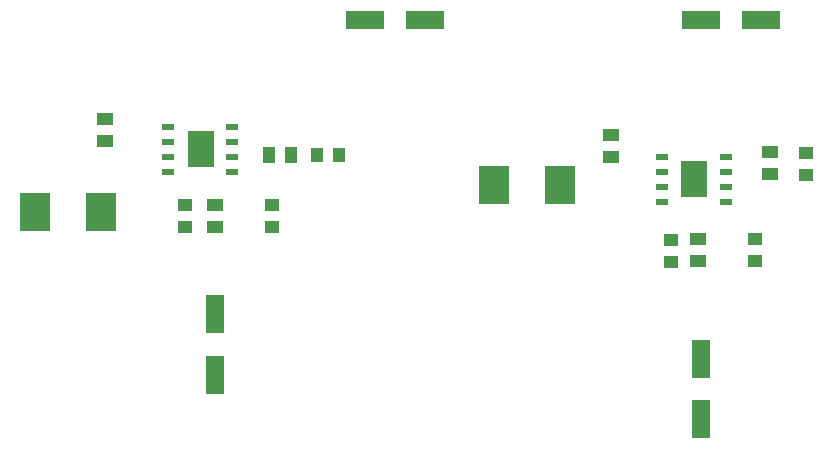
<source format=gbr>
%TF.GenerationSoftware,Altium Limited,Altium Designer,19.1.8 (144)*%
G04 Layer_Color=8421504*
%FSLAX26Y26*%
%MOIN*%
%TF.FileFunction,Paste,Top*%
%TF.Part,Single*%
G01*
G75*
%TA.AperFunction,SMDPad,CuDef*%
%ADD10R,0.086614X0.122047*%
%ADD11R,0.043307X0.019685*%
%ADD12R,0.062992X0.125984*%
%ADD13R,0.125984X0.062992*%
%ADD14R,0.098425X0.127953*%
%ADD15R,0.051181X0.041339*%
%ADD16R,0.041339X0.051181*%
%ADD17R,0.055118X0.041339*%
%ADD18R,0.041339X0.055118*%
D10*
X2132559Y1380394D02*
D03*
X3778583Y1280669D02*
D03*
D11*
X2237598Y1355000D02*
D03*
Y1405000D02*
D03*
Y1455000D02*
D03*
Y1305000D02*
D03*
X2025000D02*
D03*
Y1455000D02*
D03*
Y1405000D02*
D03*
Y1355000D02*
D03*
X3883622Y1255276D02*
D03*
Y1305276D02*
D03*
Y1355276D02*
D03*
Y1205276D02*
D03*
X3671024D02*
D03*
Y1355276D02*
D03*
Y1305276D02*
D03*
Y1255276D02*
D03*
D12*
X2180000Y629213D02*
D03*
Y830000D02*
D03*
X3800000Y480000D02*
D03*
Y680787D02*
D03*
D13*
X2680000Y1810000D02*
D03*
X2880787D02*
D03*
X4000000D02*
D03*
X3799213D02*
D03*
D14*
X1579527Y1170000D02*
D03*
X1800000D02*
D03*
X3109528Y1260000D02*
D03*
X3330000D02*
D03*
D15*
X3700000Y1004331D02*
D03*
Y1077165D02*
D03*
X4150000Y1293583D02*
D03*
Y1366417D02*
D03*
X2080000Y1122165D02*
D03*
Y1195000D02*
D03*
X2370000Y1122165D02*
D03*
Y1195000D02*
D03*
X3980000Y1007165D02*
D03*
Y1080000D02*
D03*
D16*
X2592835Y1360000D02*
D03*
X2520000D02*
D03*
D17*
X3500000Y1426417D02*
D03*
Y1353583D02*
D03*
X4030000Y1297165D02*
D03*
Y1370000D02*
D03*
X1815000Y1481417D02*
D03*
Y1408583D02*
D03*
X2180000Y1195000D02*
D03*
Y1122165D02*
D03*
X3790000Y1080000D02*
D03*
Y1007165D02*
D03*
D18*
X2360000Y1360000D02*
D03*
X2432835D02*
D03*
%TF.MD5,c63c1d9669912976fd5d9482ea78ab62*%
M02*

</source>
